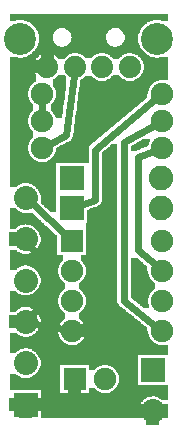
<source format=gtl>
G04 MADE WITH FRITZING*
G04 WWW.FRITZING.ORG*
G04 DOUBLE SIDED*
G04 HOLES PLATED*
G04 CONTOUR ON CENTER OF CONTOUR VECTOR*
%ASAXBY*%
%FSLAX23Y23*%
%MOIN*%
%OFA0B0*%
%SFA1.0B1.0*%
%ADD10C,0.075000*%
%ADD11C,0.074000*%
%ADD12C,0.106614*%
%ADD13C,0.080000*%
%ADD14C,0.082000*%
%ADD15R,0.075000X0.075000*%
%ADD16R,0.080000X0.080000*%
%ADD17R,0.082000X0.082000*%
%ADD18C,0.024000*%
%LNCOPPER1*%
G90*
G70*
G54D10*
X340Y1088D03*
X350Y681D03*
G54D11*
X440Y1209D03*
X346Y1209D03*
X258Y1209D03*
X164Y1209D03*
G54D12*
X74Y1304D03*
X530Y1304D03*
G54D11*
X440Y1209D03*
X346Y1209D03*
X258Y1209D03*
X164Y1209D03*
G54D12*
X74Y1304D03*
X530Y1304D03*
G54D10*
X146Y939D03*
X546Y939D03*
X146Y1119D03*
X546Y1119D03*
X256Y169D03*
X356Y169D03*
G54D13*
X516Y199D03*
X516Y61D03*
X92Y84D03*
X92Y222D03*
X92Y360D03*
X92Y497D03*
X92Y635D03*
X92Y773D03*
G54D10*
X246Y629D03*
X546Y629D03*
X246Y529D03*
X546Y529D03*
X246Y429D03*
X546Y429D03*
X246Y329D03*
X546Y329D03*
X146Y1029D03*
X546Y1029D03*
G54D14*
X246Y839D03*
X544Y839D03*
X246Y739D03*
X544Y739D03*
G54D15*
X256Y169D03*
G54D16*
X516Y199D03*
X92Y84D03*
G54D15*
X246Y629D03*
G54D17*
X245Y839D03*
X245Y739D03*
G54D18*
X146Y1058D02*
X146Y1091D01*
D02*
X525Y548D02*
X468Y598D01*
X468Y598D02*
X468Y910D01*
X468Y910D02*
X520Y929D01*
D02*
X524Y347D02*
X420Y430D01*
X420Y430D02*
X420Y958D01*
X420Y958D02*
X522Y1015D01*
D02*
X524Y1101D02*
X324Y934D01*
X324Y934D02*
X324Y766D01*
X324Y766D02*
X277Y750D01*
D02*
X172Y953D02*
X228Y982D01*
X228Y982D02*
X254Y1180D01*
D02*
X226Y649D02*
X115Y752D01*
D02*
X123Y354D02*
X218Y335D01*
D02*
X111Y610D02*
X156Y550D01*
X156Y550D02*
X156Y430D01*
X156Y430D02*
X113Y383D01*
G36*
X200Y1182D02*
X200Y1180D01*
X198Y1180D01*
X198Y1178D01*
X196Y1178D01*
X196Y1176D01*
X194Y1176D01*
X194Y1174D01*
X192Y1174D01*
X192Y1172D01*
X190Y1172D01*
X190Y1170D01*
X186Y1170D01*
X186Y1168D01*
X182Y1168D01*
X182Y1148D01*
X184Y1148D01*
X184Y1144D01*
X186Y1144D01*
X186Y1142D01*
X188Y1142D01*
X188Y1138D01*
X190Y1138D01*
X190Y1134D01*
X192Y1134D01*
X192Y1128D01*
X194Y1128D01*
X194Y1112D01*
X192Y1112D01*
X192Y1106D01*
X190Y1106D01*
X190Y1100D01*
X188Y1100D01*
X188Y1098D01*
X186Y1098D01*
X186Y1094D01*
X184Y1094D01*
X184Y1092D01*
X182Y1092D01*
X182Y1090D01*
X180Y1090D01*
X180Y1086D01*
X178Y1086D01*
X178Y1084D01*
X176Y1084D01*
X176Y1064D01*
X178Y1064D01*
X178Y1062D01*
X180Y1062D01*
X180Y1060D01*
X182Y1060D01*
X182Y1058D01*
X184Y1058D01*
X184Y1054D01*
X186Y1054D01*
X186Y1052D01*
X188Y1052D01*
X188Y1048D01*
X190Y1048D01*
X190Y1044D01*
X192Y1044D01*
X192Y1038D01*
X214Y1038D01*
X214Y1052D01*
X216Y1052D01*
X216Y1068D01*
X218Y1068D01*
X218Y1084D01*
X220Y1084D01*
X220Y1098D01*
X222Y1098D01*
X222Y1114D01*
X224Y1114D01*
X224Y1128D01*
X226Y1128D01*
X226Y1144D01*
X228Y1144D01*
X228Y1176D01*
X226Y1176D01*
X226Y1178D01*
X224Y1178D01*
X224Y1180D01*
X222Y1180D01*
X222Y1182D01*
X200Y1182D01*
G37*
D02*
G36*
X40Y1386D02*
X40Y1366D01*
X544Y1366D01*
X544Y1364D01*
X568Y1364D01*
X568Y1386D01*
X40Y1386D01*
G37*
D02*
G36*
X40Y1366D02*
X40Y1364D01*
X60Y1364D01*
X60Y1366D01*
X40Y1366D01*
G37*
D02*
G36*
X88Y1366D02*
X88Y1364D01*
X94Y1364D01*
X94Y1362D01*
X98Y1362D01*
X98Y1360D01*
X102Y1360D01*
X102Y1358D01*
X106Y1358D01*
X106Y1356D01*
X110Y1356D01*
X110Y1354D01*
X112Y1354D01*
X112Y1352D01*
X114Y1352D01*
X114Y1350D01*
X116Y1350D01*
X116Y1348D01*
X118Y1348D01*
X118Y1346D01*
X120Y1346D01*
X120Y1344D01*
X122Y1344D01*
X122Y1342D01*
X124Y1342D01*
X124Y1340D01*
X394Y1340D01*
X394Y1338D01*
X402Y1338D01*
X402Y1336D01*
X406Y1336D01*
X406Y1334D01*
X408Y1334D01*
X408Y1332D01*
X410Y1332D01*
X410Y1330D01*
X412Y1330D01*
X412Y1328D01*
X414Y1328D01*
X414Y1326D01*
X416Y1326D01*
X416Y1324D01*
X418Y1324D01*
X418Y1320D01*
X420Y1320D01*
X420Y1316D01*
X422Y1316D01*
X422Y1300D01*
X420Y1300D01*
X420Y1294D01*
X418Y1294D01*
X418Y1292D01*
X416Y1292D01*
X416Y1288D01*
X414Y1288D01*
X414Y1286D01*
X412Y1286D01*
X412Y1284D01*
X410Y1284D01*
X410Y1282D01*
X406Y1282D01*
X406Y1280D01*
X402Y1280D01*
X402Y1278D01*
X398Y1278D01*
X398Y1276D01*
X474Y1276D01*
X474Y1278D01*
X472Y1278D01*
X472Y1284D01*
X470Y1284D01*
X470Y1290D01*
X468Y1290D01*
X468Y1318D01*
X470Y1318D01*
X470Y1324D01*
X472Y1324D01*
X472Y1328D01*
X474Y1328D01*
X474Y1332D01*
X476Y1332D01*
X476Y1336D01*
X478Y1336D01*
X478Y1338D01*
X480Y1338D01*
X480Y1342D01*
X482Y1342D01*
X482Y1344D01*
X484Y1344D01*
X484Y1346D01*
X486Y1346D01*
X486Y1348D01*
X488Y1348D01*
X488Y1350D01*
X490Y1350D01*
X490Y1352D01*
X492Y1352D01*
X492Y1354D01*
X496Y1354D01*
X496Y1356D01*
X498Y1356D01*
X498Y1358D01*
X502Y1358D01*
X502Y1360D01*
X506Y1360D01*
X506Y1362D01*
X510Y1362D01*
X510Y1364D01*
X516Y1364D01*
X516Y1366D01*
X88Y1366D01*
G37*
D02*
G36*
X126Y1340D02*
X126Y1336D01*
X128Y1336D01*
X128Y1332D01*
X130Y1332D01*
X130Y1328D01*
X132Y1328D01*
X132Y1324D01*
X134Y1324D01*
X134Y1318D01*
X136Y1318D01*
X136Y1290D01*
X134Y1290D01*
X134Y1284D01*
X132Y1284D01*
X132Y1278D01*
X130Y1278D01*
X130Y1276D01*
X206Y1276D01*
X206Y1278D01*
X202Y1278D01*
X202Y1280D01*
X198Y1280D01*
X198Y1282D01*
X194Y1282D01*
X194Y1284D01*
X192Y1284D01*
X192Y1286D01*
X190Y1286D01*
X190Y1288D01*
X188Y1288D01*
X188Y1292D01*
X186Y1292D01*
X186Y1296D01*
X184Y1296D01*
X184Y1300D01*
X182Y1300D01*
X182Y1316D01*
X184Y1316D01*
X184Y1320D01*
X186Y1320D01*
X186Y1324D01*
X188Y1324D01*
X188Y1326D01*
X190Y1326D01*
X190Y1328D01*
X192Y1328D01*
X192Y1330D01*
X194Y1330D01*
X194Y1332D01*
X196Y1332D01*
X196Y1334D01*
X198Y1334D01*
X198Y1336D01*
X202Y1336D01*
X202Y1338D01*
X210Y1338D01*
X210Y1340D01*
X126Y1340D01*
G37*
D02*
G36*
X216Y1340D02*
X216Y1338D01*
X224Y1338D01*
X224Y1336D01*
X228Y1336D01*
X228Y1334D01*
X232Y1334D01*
X232Y1332D01*
X234Y1332D01*
X234Y1330D01*
X236Y1330D01*
X236Y1328D01*
X238Y1328D01*
X238Y1326D01*
X240Y1326D01*
X240Y1322D01*
X242Y1322D01*
X242Y1318D01*
X244Y1318D01*
X244Y1308D01*
X246Y1308D01*
X246Y1306D01*
X244Y1306D01*
X244Y1298D01*
X242Y1298D01*
X242Y1294D01*
X240Y1294D01*
X240Y1290D01*
X238Y1290D01*
X238Y1288D01*
X236Y1288D01*
X236Y1286D01*
X234Y1286D01*
X234Y1284D01*
X232Y1284D01*
X232Y1282D01*
X230Y1282D01*
X230Y1280D01*
X226Y1280D01*
X226Y1278D01*
X220Y1278D01*
X220Y1276D01*
X384Y1276D01*
X384Y1278D01*
X378Y1278D01*
X378Y1280D01*
X374Y1280D01*
X374Y1282D01*
X372Y1282D01*
X372Y1284D01*
X370Y1284D01*
X370Y1286D01*
X368Y1286D01*
X368Y1288D01*
X366Y1288D01*
X366Y1290D01*
X364Y1290D01*
X364Y1294D01*
X362Y1294D01*
X362Y1298D01*
X360Y1298D01*
X360Y1318D01*
X362Y1318D01*
X362Y1322D01*
X364Y1322D01*
X364Y1324D01*
X366Y1324D01*
X366Y1328D01*
X368Y1328D01*
X368Y1330D01*
X370Y1330D01*
X370Y1332D01*
X372Y1332D01*
X372Y1334D01*
X376Y1334D01*
X376Y1336D01*
X380Y1336D01*
X380Y1338D01*
X388Y1338D01*
X388Y1340D01*
X216Y1340D01*
G37*
D02*
G36*
X130Y1276D02*
X130Y1274D01*
X474Y1274D01*
X474Y1276D01*
X130Y1276D01*
G37*
D02*
G36*
X130Y1276D02*
X130Y1274D01*
X474Y1274D01*
X474Y1276D01*
X130Y1276D01*
G37*
D02*
G36*
X130Y1276D02*
X130Y1274D01*
X474Y1274D01*
X474Y1276D01*
X130Y1276D01*
G37*
D02*
G36*
X128Y1274D02*
X128Y1272D01*
X126Y1272D01*
X126Y1268D01*
X124Y1268D01*
X124Y1266D01*
X122Y1266D01*
X122Y1264D01*
X120Y1264D01*
X120Y1262D01*
X118Y1262D01*
X118Y1260D01*
X116Y1260D01*
X116Y1258D01*
X114Y1258D01*
X114Y1256D01*
X448Y1256D01*
X448Y1254D01*
X454Y1254D01*
X454Y1252D01*
X458Y1252D01*
X458Y1250D01*
X462Y1250D01*
X462Y1248D01*
X466Y1248D01*
X466Y1246D01*
X468Y1246D01*
X468Y1244D01*
X470Y1244D01*
X470Y1242D01*
X472Y1242D01*
X472Y1240D01*
X522Y1240D01*
X522Y1242D01*
X514Y1242D01*
X514Y1244D01*
X508Y1244D01*
X508Y1246D01*
X504Y1246D01*
X504Y1248D01*
X500Y1248D01*
X500Y1250D01*
X498Y1250D01*
X498Y1252D01*
X494Y1252D01*
X494Y1254D01*
X492Y1254D01*
X492Y1256D01*
X490Y1256D01*
X490Y1258D01*
X488Y1258D01*
X488Y1260D01*
X486Y1260D01*
X486Y1262D01*
X484Y1262D01*
X484Y1264D01*
X482Y1264D01*
X482Y1266D01*
X480Y1266D01*
X480Y1268D01*
X478Y1268D01*
X478Y1272D01*
X476Y1272D01*
X476Y1274D01*
X128Y1274D01*
G37*
D02*
G36*
X112Y1256D02*
X112Y1254D01*
X110Y1254D01*
X110Y1252D01*
X108Y1252D01*
X108Y1250D01*
X104Y1250D01*
X104Y1248D01*
X100Y1248D01*
X100Y1246D01*
X96Y1246D01*
X96Y1244D01*
X90Y1244D01*
X90Y1242D01*
X82Y1242D01*
X82Y1240D01*
X132Y1240D01*
X132Y1242D01*
X134Y1242D01*
X134Y1244D01*
X136Y1244D01*
X136Y1246D01*
X138Y1246D01*
X138Y1248D01*
X142Y1248D01*
X142Y1250D01*
X146Y1250D01*
X146Y1252D01*
X150Y1252D01*
X150Y1254D01*
X156Y1254D01*
X156Y1256D01*
X112Y1256D01*
G37*
D02*
G36*
X174Y1256D02*
X174Y1254D01*
X180Y1254D01*
X180Y1252D01*
X184Y1252D01*
X184Y1250D01*
X186Y1250D01*
X186Y1248D01*
X190Y1248D01*
X190Y1246D01*
X192Y1246D01*
X192Y1244D01*
X194Y1244D01*
X194Y1242D01*
X196Y1242D01*
X196Y1240D01*
X198Y1240D01*
X198Y1238D01*
X200Y1238D01*
X200Y1236D01*
X222Y1236D01*
X222Y1238D01*
X224Y1238D01*
X224Y1240D01*
X226Y1240D01*
X226Y1242D01*
X228Y1242D01*
X228Y1244D01*
X230Y1244D01*
X230Y1246D01*
X232Y1246D01*
X232Y1248D01*
X236Y1248D01*
X236Y1250D01*
X238Y1250D01*
X238Y1252D01*
X242Y1252D01*
X242Y1254D01*
X248Y1254D01*
X248Y1256D01*
X174Y1256D01*
G37*
D02*
G36*
X266Y1256D02*
X266Y1254D01*
X272Y1254D01*
X272Y1252D01*
X276Y1252D01*
X276Y1250D01*
X280Y1250D01*
X280Y1248D01*
X284Y1248D01*
X284Y1246D01*
X286Y1246D01*
X286Y1244D01*
X288Y1244D01*
X288Y1242D01*
X290Y1242D01*
X290Y1240D01*
X292Y1240D01*
X292Y1238D01*
X312Y1238D01*
X312Y1240D01*
X314Y1240D01*
X314Y1242D01*
X316Y1242D01*
X316Y1244D01*
X318Y1244D01*
X318Y1246D01*
X320Y1246D01*
X320Y1248D01*
X324Y1248D01*
X324Y1250D01*
X328Y1250D01*
X328Y1252D01*
X332Y1252D01*
X332Y1254D01*
X338Y1254D01*
X338Y1256D01*
X266Y1256D01*
G37*
D02*
G36*
X356Y1256D02*
X356Y1254D01*
X362Y1254D01*
X362Y1252D01*
X366Y1252D01*
X366Y1250D01*
X368Y1250D01*
X368Y1248D01*
X372Y1248D01*
X372Y1246D01*
X374Y1246D01*
X374Y1244D01*
X376Y1244D01*
X376Y1242D01*
X380Y1242D01*
X380Y1238D01*
X382Y1238D01*
X382Y1236D01*
X404Y1236D01*
X404Y1238D01*
X406Y1238D01*
X406Y1240D01*
X408Y1240D01*
X408Y1242D01*
X410Y1242D01*
X410Y1244D01*
X412Y1244D01*
X412Y1246D01*
X414Y1246D01*
X414Y1248D01*
X418Y1248D01*
X418Y1250D01*
X420Y1250D01*
X420Y1252D01*
X426Y1252D01*
X426Y1254D01*
X430Y1254D01*
X430Y1256D01*
X356Y1256D01*
G37*
D02*
G36*
X548Y1244D02*
X548Y1242D01*
X538Y1242D01*
X538Y1240D01*
X568Y1240D01*
X568Y1244D01*
X548Y1244D01*
G37*
D02*
G36*
X40Y1242D02*
X40Y1240D01*
X66Y1240D01*
X66Y1242D01*
X40Y1242D01*
G37*
D02*
G36*
X40Y1240D02*
X40Y1238D01*
X130Y1238D01*
X130Y1240D01*
X40Y1240D01*
G37*
D02*
G36*
X40Y1240D02*
X40Y1238D01*
X130Y1238D01*
X130Y1240D01*
X40Y1240D01*
G37*
D02*
G36*
X474Y1240D02*
X474Y1238D01*
X568Y1238D01*
X568Y1240D01*
X474Y1240D01*
G37*
D02*
G36*
X474Y1240D02*
X474Y1238D01*
X568Y1238D01*
X568Y1240D01*
X474Y1240D01*
G37*
D02*
G36*
X40Y1238D02*
X40Y892D01*
X138Y892D01*
X138Y894D01*
X132Y894D01*
X132Y896D01*
X128Y896D01*
X128Y898D01*
X124Y898D01*
X124Y900D01*
X120Y900D01*
X120Y902D01*
X118Y902D01*
X118Y904D01*
X116Y904D01*
X116Y906D01*
X114Y906D01*
X114Y908D01*
X112Y908D01*
X112Y910D01*
X110Y910D01*
X110Y912D01*
X108Y912D01*
X108Y916D01*
X106Y916D01*
X106Y918D01*
X104Y918D01*
X104Y922D01*
X102Y922D01*
X102Y928D01*
X100Y928D01*
X100Y938D01*
X98Y938D01*
X98Y940D01*
X100Y940D01*
X100Y950D01*
X102Y950D01*
X102Y956D01*
X104Y956D01*
X104Y960D01*
X106Y960D01*
X106Y964D01*
X108Y964D01*
X108Y966D01*
X110Y966D01*
X110Y968D01*
X112Y968D01*
X112Y970D01*
X114Y970D01*
X114Y972D01*
X116Y972D01*
X116Y974D01*
X118Y974D01*
X118Y994D01*
X116Y994D01*
X116Y996D01*
X114Y996D01*
X114Y998D01*
X112Y998D01*
X112Y1000D01*
X110Y1000D01*
X110Y1002D01*
X108Y1002D01*
X108Y1006D01*
X106Y1006D01*
X106Y1008D01*
X104Y1008D01*
X104Y1012D01*
X102Y1012D01*
X102Y1018D01*
X100Y1018D01*
X100Y1028D01*
X98Y1028D01*
X98Y1030D01*
X100Y1030D01*
X100Y1040D01*
X102Y1040D01*
X102Y1046D01*
X104Y1046D01*
X104Y1050D01*
X106Y1050D01*
X106Y1054D01*
X108Y1054D01*
X108Y1056D01*
X110Y1056D01*
X110Y1058D01*
X112Y1058D01*
X112Y1060D01*
X114Y1060D01*
X114Y1062D01*
X116Y1062D01*
X116Y1064D01*
X118Y1064D01*
X118Y1084D01*
X116Y1084D01*
X116Y1086D01*
X114Y1086D01*
X114Y1088D01*
X112Y1088D01*
X112Y1090D01*
X110Y1090D01*
X110Y1092D01*
X108Y1092D01*
X108Y1096D01*
X106Y1096D01*
X106Y1098D01*
X104Y1098D01*
X104Y1102D01*
X102Y1102D01*
X102Y1108D01*
X100Y1108D01*
X100Y1118D01*
X98Y1118D01*
X98Y1120D01*
X100Y1120D01*
X100Y1130D01*
X102Y1130D01*
X102Y1136D01*
X104Y1136D01*
X104Y1140D01*
X106Y1140D01*
X106Y1144D01*
X108Y1144D01*
X108Y1146D01*
X110Y1146D01*
X110Y1148D01*
X112Y1148D01*
X112Y1150D01*
X114Y1150D01*
X114Y1152D01*
X116Y1152D01*
X116Y1154D01*
X118Y1154D01*
X118Y1156D01*
X120Y1156D01*
X120Y1158D01*
X122Y1158D01*
X122Y1160D01*
X126Y1160D01*
X126Y1162D01*
X128Y1162D01*
X128Y1182D01*
X126Y1182D01*
X126Y1186D01*
X124Y1186D01*
X124Y1190D01*
X122Y1190D01*
X122Y1192D01*
X120Y1192D01*
X120Y1198D01*
X118Y1198D01*
X118Y1220D01*
X120Y1220D01*
X120Y1226D01*
X122Y1226D01*
X122Y1230D01*
X124Y1230D01*
X124Y1232D01*
X126Y1232D01*
X126Y1236D01*
X128Y1236D01*
X128Y1238D01*
X40Y1238D01*
G37*
D02*
G36*
X476Y1238D02*
X476Y1236D01*
X478Y1236D01*
X478Y1232D01*
X480Y1232D01*
X480Y1230D01*
X482Y1230D01*
X482Y1226D01*
X484Y1226D01*
X484Y1220D01*
X486Y1220D01*
X486Y1198D01*
X484Y1198D01*
X484Y1192D01*
X482Y1192D01*
X482Y1188D01*
X480Y1188D01*
X480Y1186D01*
X478Y1186D01*
X478Y1182D01*
X476Y1182D01*
X476Y1180D01*
X474Y1180D01*
X474Y1178D01*
X472Y1178D01*
X472Y1176D01*
X470Y1176D01*
X470Y1174D01*
X468Y1174D01*
X468Y1172D01*
X464Y1172D01*
X464Y1170D01*
X462Y1170D01*
X462Y1168D01*
X458Y1168D01*
X458Y1166D01*
X454Y1166D01*
X454Y1164D01*
X448Y1164D01*
X448Y1162D01*
X530Y1162D01*
X530Y1164D01*
X536Y1164D01*
X536Y1166D01*
X568Y1166D01*
X568Y1238D01*
X476Y1238D01*
G37*
D02*
G36*
X382Y1182D02*
X382Y1180D01*
X380Y1180D01*
X380Y1178D01*
X378Y1178D01*
X378Y1176D01*
X376Y1176D01*
X376Y1174D01*
X374Y1174D01*
X374Y1172D01*
X372Y1172D01*
X372Y1170D01*
X368Y1170D01*
X368Y1168D01*
X364Y1168D01*
X364Y1166D01*
X360Y1166D01*
X360Y1164D01*
X354Y1164D01*
X354Y1162D01*
X432Y1162D01*
X432Y1164D01*
X426Y1164D01*
X426Y1166D01*
X422Y1166D01*
X422Y1168D01*
X418Y1168D01*
X418Y1170D01*
X414Y1170D01*
X414Y1172D01*
X412Y1172D01*
X412Y1174D01*
X410Y1174D01*
X410Y1176D01*
X408Y1176D01*
X408Y1178D01*
X406Y1178D01*
X406Y1180D01*
X404Y1180D01*
X404Y1182D01*
X382Y1182D01*
G37*
D02*
G36*
X292Y1180D02*
X292Y1178D01*
X290Y1178D01*
X290Y1176D01*
X288Y1176D01*
X288Y1174D01*
X286Y1174D01*
X286Y1172D01*
X282Y1172D01*
X282Y1170D01*
X280Y1170D01*
X280Y1168D01*
X276Y1168D01*
X276Y1166D01*
X274Y1166D01*
X274Y1162D01*
X340Y1162D01*
X340Y1164D01*
X332Y1164D01*
X332Y1166D01*
X328Y1166D01*
X328Y1168D01*
X324Y1168D01*
X324Y1170D01*
X322Y1170D01*
X322Y1172D01*
X318Y1172D01*
X318Y1174D01*
X316Y1174D01*
X316Y1176D01*
X314Y1176D01*
X314Y1178D01*
X312Y1178D01*
X312Y1180D01*
X292Y1180D01*
G37*
D02*
G36*
X274Y1162D02*
X274Y1160D01*
X526Y1160D01*
X526Y1162D01*
X274Y1162D01*
G37*
D02*
G36*
X274Y1162D02*
X274Y1160D01*
X526Y1160D01*
X526Y1162D01*
X274Y1162D01*
G37*
D02*
G36*
X274Y1162D02*
X274Y1160D01*
X526Y1160D01*
X526Y1162D01*
X274Y1162D01*
G37*
D02*
G36*
X274Y1160D02*
X274Y1156D01*
X272Y1156D01*
X272Y1142D01*
X270Y1142D01*
X270Y1126D01*
X268Y1126D01*
X268Y1110D01*
X266Y1110D01*
X266Y1096D01*
X264Y1096D01*
X264Y1080D01*
X262Y1080D01*
X262Y1064D01*
X260Y1064D01*
X260Y1050D01*
X258Y1050D01*
X258Y1034D01*
X256Y1034D01*
X256Y1018D01*
X254Y1018D01*
X254Y1004D01*
X252Y1004D01*
X252Y988D01*
X250Y988D01*
X250Y976D01*
X248Y976D01*
X248Y972D01*
X246Y972D01*
X246Y968D01*
X244Y968D01*
X244Y966D01*
X242Y966D01*
X242Y964D01*
X238Y964D01*
X238Y962D01*
X236Y962D01*
X236Y960D01*
X232Y960D01*
X232Y958D01*
X228Y958D01*
X228Y956D01*
X224Y956D01*
X224Y954D01*
X220Y954D01*
X220Y952D01*
X216Y952D01*
X216Y950D01*
X212Y950D01*
X212Y948D01*
X208Y948D01*
X208Y946D01*
X204Y946D01*
X204Y944D01*
X200Y944D01*
X200Y942D01*
X198Y942D01*
X198Y940D01*
X194Y940D01*
X194Y932D01*
X192Y932D01*
X192Y926D01*
X190Y926D01*
X190Y920D01*
X188Y920D01*
X188Y918D01*
X186Y918D01*
X186Y914D01*
X184Y914D01*
X184Y912D01*
X182Y912D01*
X182Y910D01*
X180Y910D01*
X180Y906D01*
X178Y906D01*
X178Y904D01*
X174Y904D01*
X174Y902D01*
X172Y902D01*
X172Y900D01*
X170Y900D01*
X170Y898D01*
X166Y898D01*
X166Y896D01*
X162Y896D01*
X162Y894D01*
X156Y894D01*
X156Y892D01*
X302Y892D01*
X302Y940D01*
X304Y940D01*
X304Y946D01*
X306Y946D01*
X306Y948D01*
X308Y948D01*
X308Y950D01*
X310Y950D01*
X310Y952D01*
X312Y952D01*
X312Y954D01*
X314Y954D01*
X314Y956D01*
X318Y956D01*
X318Y958D01*
X320Y958D01*
X320Y960D01*
X322Y960D01*
X322Y962D01*
X324Y962D01*
X324Y964D01*
X326Y964D01*
X326Y966D01*
X330Y966D01*
X330Y968D01*
X332Y968D01*
X332Y970D01*
X334Y970D01*
X334Y972D01*
X336Y972D01*
X336Y974D01*
X338Y974D01*
X338Y976D01*
X342Y976D01*
X342Y978D01*
X344Y978D01*
X344Y980D01*
X346Y980D01*
X346Y982D01*
X348Y982D01*
X348Y984D01*
X350Y984D01*
X350Y986D01*
X354Y986D01*
X354Y988D01*
X356Y988D01*
X356Y990D01*
X358Y990D01*
X358Y992D01*
X360Y992D01*
X360Y994D01*
X362Y994D01*
X362Y996D01*
X366Y996D01*
X366Y998D01*
X368Y998D01*
X368Y1000D01*
X370Y1000D01*
X370Y1002D01*
X372Y1002D01*
X372Y1004D01*
X374Y1004D01*
X374Y1006D01*
X378Y1006D01*
X378Y1008D01*
X380Y1008D01*
X380Y1010D01*
X382Y1010D01*
X382Y1012D01*
X384Y1012D01*
X384Y1014D01*
X386Y1014D01*
X386Y1016D01*
X390Y1016D01*
X390Y1018D01*
X392Y1018D01*
X392Y1020D01*
X394Y1020D01*
X394Y1022D01*
X396Y1022D01*
X396Y1024D01*
X398Y1024D01*
X398Y1026D01*
X402Y1026D01*
X402Y1028D01*
X404Y1028D01*
X404Y1030D01*
X406Y1030D01*
X406Y1032D01*
X408Y1032D01*
X408Y1034D01*
X410Y1034D01*
X410Y1036D01*
X414Y1036D01*
X414Y1038D01*
X416Y1038D01*
X416Y1040D01*
X418Y1040D01*
X418Y1042D01*
X420Y1042D01*
X420Y1044D01*
X422Y1044D01*
X422Y1046D01*
X426Y1046D01*
X426Y1048D01*
X428Y1048D01*
X428Y1050D01*
X430Y1050D01*
X430Y1052D01*
X432Y1052D01*
X432Y1054D01*
X434Y1054D01*
X434Y1056D01*
X438Y1056D01*
X438Y1058D01*
X440Y1058D01*
X440Y1060D01*
X442Y1060D01*
X442Y1062D01*
X444Y1062D01*
X444Y1064D01*
X446Y1064D01*
X446Y1066D01*
X450Y1066D01*
X450Y1068D01*
X452Y1068D01*
X452Y1070D01*
X454Y1070D01*
X454Y1072D01*
X456Y1072D01*
X456Y1074D01*
X458Y1074D01*
X458Y1076D01*
X462Y1076D01*
X462Y1078D01*
X464Y1078D01*
X464Y1080D01*
X466Y1080D01*
X466Y1082D01*
X468Y1082D01*
X468Y1084D01*
X470Y1084D01*
X470Y1086D01*
X474Y1086D01*
X474Y1088D01*
X476Y1088D01*
X476Y1090D01*
X478Y1090D01*
X478Y1092D01*
X480Y1092D01*
X480Y1094D01*
X482Y1094D01*
X482Y1096D01*
X486Y1096D01*
X486Y1098D01*
X488Y1098D01*
X488Y1100D01*
X490Y1100D01*
X490Y1102D01*
X492Y1102D01*
X492Y1104D01*
X494Y1104D01*
X494Y1106D01*
X498Y1106D01*
X498Y1120D01*
X500Y1120D01*
X500Y1130D01*
X502Y1130D01*
X502Y1136D01*
X504Y1136D01*
X504Y1140D01*
X506Y1140D01*
X506Y1144D01*
X508Y1144D01*
X508Y1146D01*
X510Y1146D01*
X510Y1148D01*
X512Y1148D01*
X512Y1150D01*
X514Y1150D01*
X514Y1152D01*
X516Y1152D01*
X516Y1154D01*
X518Y1154D01*
X518Y1156D01*
X520Y1156D01*
X520Y1158D01*
X522Y1158D01*
X522Y1160D01*
X274Y1160D01*
G37*
D02*
G36*
X40Y892D02*
X40Y890D01*
X302Y890D01*
X302Y892D01*
X40Y892D01*
G37*
D02*
G36*
X40Y892D02*
X40Y890D01*
X302Y890D01*
X302Y892D01*
X40Y892D01*
G37*
D02*
G36*
X40Y890D02*
X40Y822D01*
X104Y822D01*
X104Y820D01*
X110Y820D01*
X110Y818D01*
X114Y818D01*
X114Y816D01*
X116Y816D01*
X116Y814D01*
X120Y814D01*
X120Y812D01*
X122Y812D01*
X122Y810D01*
X124Y810D01*
X124Y808D01*
X126Y808D01*
X126Y806D01*
X128Y806D01*
X128Y804D01*
X130Y804D01*
X130Y802D01*
X132Y802D01*
X132Y800D01*
X134Y800D01*
X134Y796D01*
X136Y796D01*
X136Y792D01*
X138Y792D01*
X138Y788D01*
X140Y788D01*
X140Y782D01*
X142Y782D01*
X142Y756D01*
X144Y756D01*
X144Y754D01*
X146Y754D01*
X146Y752D01*
X148Y752D01*
X148Y750D01*
X150Y750D01*
X150Y748D01*
X152Y748D01*
X152Y746D01*
X154Y746D01*
X154Y744D01*
X156Y744D01*
X156Y742D01*
X158Y742D01*
X158Y740D01*
X160Y740D01*
X160Y738D01*
X164Y738D01*
X164Y736D01*
X166Y736D01*
X166Y734D01*
X168Y734D01*
X168Y732D01*
X170Y732D01*
X170Y730D01*
X172Y730D01*
X172Y728D01*
X174Y728D01*
X174Y726D01*
X194Y726D01*
X194Y890D01*
X40Y890D01*
G37*
D02*
G36*
X40Y822D02*
X40Y808D01*
X60Y808D01*
X60Y810D01*
X62Y810D01*
X62Y812D01*
X64Y812D01*
X64Y814D01*
X68Y814D01*
X68Y816D01*
X72Y816D01*
X72Y818D01*
X74Y818D01*
X74Y820D01*
X80Y820D01*
X80Y822D01*
X40Y822D01*
G37*
D02*
G36*
X484Y970D02*
X484Y968D01*
X480Y968D01*
X480Y966D01*
X478Y966D01*
X478Y964D01*
X474Y964D01*
X474Y962D01*
X470Y962D01*
X470Y960D01*
X466Y960D01*
X466Y958D01*
X464Y958D01*
X464Y956D01*
X460Y956D01*
X460Y954D01*
X456Y954D01*
X456Y952D01*
X452Y952D01*
X452Y950D01*
X448Y950D01*
X448Y948D01*
X446Y948D01*
X446Y946D01*
X442Y946D01*
X442Y930D01*
X462Y930D01*
X462Y932D01*
X466Y932D01*
X466Y934D01*
X472Y934D01*
X472Y936D01*
X478Y936D01*
X478Y938D01*
X482Y938D01*
X482Y940D01*
X488Y940D01*
X488Y942D01*
X494Y942D01*
X494Y944D01*
X498Y944D01*
X498Y946D01*
X500Y946D01*
X500Y950D01*
X502Y950D01*
X502Y956D01*
X504Y956D01*
X504Y960D01*
X506Y960D01*
X506Y970D01*
X484Y970D01*
G37*
D02*
G36*
X442Y574D02*
X442Y440D01*
X444Y440D01*
X444Y438D01*
X446Y438D01*
X446Y436D01*
X450Y436D01*
X450Y434D01*
X452Y434D01*
X452Y432D01*
X454Y432D01*
X454Y430D01*
X456Y430D01*
X456Y428D01*
X460Y428D01*
X460Y426D01*
X462Y426D01*
X462Y424D01*
X464Y424D01*
X464Y422D01*
X466Y422D01*
X466Y420D01*
X470Y420D01*
X470Y418D01*
X472Y418D01*
X472Y416D01*
X474Y416D01*
X474Y414D01*
X476Y414D01*
X476Y412D01*
X480Y412D01*
X480Y410D01*
X482Y410D01*
X482Y408D01*
X484Y408D01*
X484Y406D01*
X504Y406D01*
X504Y412D01*
X502Y412D01*
X502Y418D01*
X500Y418D01*
X500Y428D01*
X498Y428D01*
X498Y430D01*
X500Y430D01*
X500Y440D01*
X502Y440D01*
X502Y446D01*
X504Y446D01*
X504Y450D01*
X506Y450D01*
X506Y454D01*
X508Y454D01*
X508Y456D01*
X510Y456D01*
X510Y458D01*
X512Y458D01*
X512Y460D01*
X514Y460D01*
X514Y462D01*
X516Y462D01*
X516Y464D01*
X518Y464D01*
X518Y466D01*
X520Y466D01*
X520Y468D01*
X522Y468D01*
X522Y470D01*
X524Y470D01*
X524Y490D01*
X520Y490D01*
X520Y492D01*
X518Y492D01*
X518Y494D01*
X516Y494D01*
X516Y496D01*
X514Y496D01*
X514Y498D01*
X512Y498D01*
X512Y500D01*
X510Y500D01*
X510Y502D01*
X508Y502D01*
X508Y506D01*
X506Y506D01*
X506Y508D01*
X504Y508D01*
X504Y512D01*
X502Y512D01*
X502Y518D01*
X500Y518D01*
X500Y528D01*
X498Y528D01*
X498Y544D01*
X496Y544D01*
X496Y546D01*
X492Y546D01*
X492Y548D01*
X490Y548D01*
X490Y550D01*
X488Y550D01*
X488Y552D01*
X486Y552D01*
X486Y554D01*
X484Y554D01*
X484Y556D01*
X482Y556D01*
X482Y558D01*
X480Y558D01*
X480Y560D01*
X476Y560D01*
X476Y562D01*
X474Y562D01*
X474Y564D01*
X472Y564D01*
X472Y566D01*
X470Y566D01*
X470Y568D01*
X468Y568D01*
X468Y570D01*
X466Y570D01*
X466Y572D01*
X464Y572D01*
X464Y574D01*
X442Y574D01*
G37*
D02*
G36*
X378Y952D02*
X378Y950D01*
X376Y950D01*
X376Y948D01*
X374Y948D01*
X374Y946D01*
X372Y946D01*
X372Y944D01*
X370Y944D01*
X370Y942D01*
X366Y942D01*
X366Y940D01*
X364Y940D01*
X364Y938D01*
X362Y938D01*
X362Y936D01*
X360Y936D01*
X360Y934D01*
X358Y934D01*
X358Y932D01*
X354Y932D01*
X354Y930D01*
X352Y930D01*
X352Y928D01*
X350Y928D01*
X350Y926D01*
X348Y926D01*
X348Y924D01*
X346Y924D01*
X346Y760D01*
X344Y760D01*
X344Y756D01*
X342Y756D01*
X342Y752D01*
X340Y752D01*
X340Y750D01*
X338Y750D01*
X338Y748D01*
X334Y748D01*
X334Y746D01*
X330Y746D01*
X330Y744D01*
X324Y744D01*
X324Y742D01*
X318Y742D01*
X318Y740D01*
X314Y740D01*
X314Y738D01*
X308Y738D01*
X308Y736D01*
X302Y736D01*
X302Y734D01*
X296Y734D01*
X296Y688D01*
X294Y688D01*
X294Y582D01*
X278Y582D01*
X278Y562D01*
X280Y562D01*
X280Y560D01*
X282Y560D01*
X282Y558D01*
X284Y558D01*
X284Y554D01*
X286Y554D01*
X286Y552D01*
X288Y552D01*
X288Y548D01*
X290Y548D01*
X290Y544D01*
X292Y544D01*
X292Y538D01*
X294Y538D01*
X294Y522D01*
X292Y522D01*
X292Y516D01*
X290Y516D01*
X290Y510D01*
X288Y510D01*
X288Y508D01*
X286Y508D01*
X286Y504D01*
X284Y504D01*
X284Y502D01*
X282Y502D01*
X282Y500D01*
X280Y500D01*
X280Y496D01*
X278Y496D01*
X278Y494D01*
X274Y494D01*
X274Y492D01*
X272Y492D01*
X272Y490D01*
X270Y490D01*
X270Y468D01*
X272Y468D01*
X272Y466D01*
X276Y466D01*
X276Y464D01*
X278Y464D01*
X278Y462D01*
X280Y462D01*
X280Y460D01*
X282Y460D01*
X282Y458D01*
X284Y458D01*
X284Y454D01*
X286Y454D01*
X286Y452D01*
X288Y452D01*
X288Y448D01*
X290Y448D01*
X290Y444D01*
X292Y444D01*
X292Y438D01*
X294Y438D01*
X294Y422D01*
X292Y422D01*
X292Y416D01*
X290Y416D01*
X290Y410D01*
X288Y410D01*
X288Y408D01*
X286Y408D01*
X286Y404D01*
X284Y404D01*
X284Y402D01*
X282Y402D01*
X282Y400D01*
X280Y400D01*
X280Y396D01*
X278Y396D01*
X278Y394D01*
X274Y394D01*
X274Y392D01*
X272Y392D01*
X272Y390D01*
X270Y390D01*
X270Y368D01*
X272Y368D01*
X272Y366D01*
X276Y366D01*
X276Y364D01*
X278Y364D01*
X278Y362D01*
X280Y362D01*
X280Y360D01*
X282Y360D01*
X282Y358D01*
X284Y358D01*
X284Y354D01*
X286Y354D01*
X286Y352D01*
X288Y352D01*
X288Y348D01*
X290Y348D01*
X290Y344D01*
X292Y344D01*
X292Y338D01*
X294Y338D01*
X294Y322D01*
X292Y322D01*
X292Y316D01*
X290Y316D01*
X290Y310D01*
X288Y310D01*
X288Y308D01*
X286Y308D01*
X286Y304D01*
X284Y304D01*
X284Y302D01*
X282Y302D01*
X282Y300D01*
X280Y300D01*
X280Y296D01*
X278Y296D01*
X278Y294D01*
X274Y294D01*
X274Y292D01*
X272Y292D01*
X272Y290D01*
X270Y290D01*
X270Y288D01*
X266Y288D01*
X266Y286D01*
X262Y286D01*
X262Y284D01*
X256Y284D01*
X256Y282D01*
X538Y282D01*
X538Y284D01*
X532Y284D01*
X532Y286D01*
X528Y286D01*
X528Y288D01*
X524Y288D01*
X524Y290D01*
X520Y290D01*
X520Y292D01*
X518Y292D01*
X518Y294D01*
X516Y294D01*
X516Y296D01*
X514Y296D01*
X514Y298D01*
X512Y298D01*
X512Y300D01*
X510Y300D01*
X510Y302D01*
X508Y302D01*
X508Y306D01*
X506Y306D01*
X506Y308D01*
X504Y308D01*
X504Y312D01*
X502Y312D01*
X502Y318D01*
X500Y318D01*
X500Y328D01*
X498Y328D01*
X498Y340D01*
X496Y340D01*
X496Y342D01*
X494Y342D01*
X494Y344D01*
X492Y344D01*
X492Y346D01*
X488Y346D01*
X488Y348D01*
X486Y348D01*
X486Y350D01*
X484Y350D01*
X484Y352D01*
X482Y352D01*
X482Y354D01*
X478Y354D01*
X478Y356D01*
X476Y356D01*
X476Y358D01*
X474Y358D01*
X474Y360D01*
X472Y360D01*
X472Y362D01*
X468Y362D01*
X468Y364D01*
X466Y364D01*
X466Y366D01*
X464Y366D01*
X464Y368D01*
X462Y368D01*
X462Y370D01*
X458Y370D01*
X458Y372D01*
X456Y372D01*
X456Y374D01*
X454Y374D01*
X454Y376D01*
X452Y376D01*
X452Y378D01*
X448Y378D01*
X448Y380D01*
X446Y380D01*
X446Y382D01*
X444Y382D01*
X444Y384D01*
X442Y384D01*
X442Y386D01*
X438Y386D01*
X438Y388D01*
X436Y388D01*
X436Y390D01*
X434Y390D01*
X434Y392D01*
X432Y392D01*
X432Y394D01*
X428Y394D01*
X428Y396D01*
X426Y396D01*
X426Y398D01*
X424Y398D01*
X424Y400D01*
X422Y400D01*
X422Y402D01*
X418Y402D01*
X418Y404D01*
X416Y404D01*
X416Y406D01*
X414Y406D01*
X414Y408D01*
X412Y408D01*
X412Y410D01*
X408Y410D01*
X408Y412D01*
X406Y412D01*
X406Y414D01*
X404Y414D01*
X404Y416D01*
X402Y416D01*
X402Y420D01*
X400Y420D01*
X400Y424D01*
X398Y424D01*
X398Y952D01*
X378Y952D01*
G37*
D02*
G36*
X40Y738D02*
X40Y722D01*
X90Y722D01*
X90Y724D01*
X80Y724D01*
X80Y726D01*
X74Y726D01*
X74Y728D01*
X70Y728D01*
X70Y730D01*
X68Y730D01*
X68Y732D01*
X64Y732D01*
X64Y734D01*
X62Y734D01*
X62Y736D01*
X60Y736D01*
X60Y738D01*
X40Y738D01*
G37*
D02*
G36*
X94Y724D02*
X94Y722D01*
X114Y722D01*
X114Y724D01*
X94Y724D01*
G37*
D02*
G36*
X40Y722D02*
X40Y720D01*
X116Y720D01*
X116Y722D01*
X40Y722D01*
G37*
D02*
G36*
X40Y722D02*
X40Y720D01*
X116Y720D01*
X116Y722D01*
X40Y722D01*
G37*
D02*
G36*
X40Y720D02*
X40Y686D01*
X94Y686D01*
X94Y684D01*
X104Y684D01*
X104Y682D01*
X110Y682D01*
X110Y680D01*
X114Y680D01*
X114Y678D01*
X116Y678D01*
X116Y676D01*
X120Y676D01*
X120Y674D01*
X122Y674D01*
X122Y672D01*
X124Y672D01*
X124Y670D01*
X126Y670D01*
X126Y668D01*
X128Y668D01*
X128Y666D01*
X130Y666D01*
X130Y664D01*
X132Y664D01*
X132Y662D01*
X134Y662D01*
X134Y658D01*
X136Y658D01*
X136Y654D01*
X138Y654D01*
X138Y650D01*
X140Y650D01*
X140Y644D01*
X142Y644D01*
X142Y626D01*
X140Y626D01*
X140Y620D01*
X138Y620D01*
X138Y616D01*
X136Y616D01*
X136Y612D01*
X134Y612D01*
X134Y608D01*
X132Y608D01*
X132Y606D01*
X130Y606D01*
X130Y604D01*
X128Y604D01*
X128Y602D01*
X126Y602D01*
X126Y600D01*
X124Y600D01*
X124Y598D01*
X122Y598D01*
X122Y596D01*
X120Y596D01*
X120Y594D01*
X116Y594D01*
X116Y592D01*
X114Y592D01*
X114Y590D01*
X110Y590D01*
X110Y588D01*
X104Y588D01*
X104Y586D01*
X198Y586D01*
X198Y646D01*
X196Y646D01*
X196Y648D01*
X192Y648D01*
X192Y650D01*
X190Y650D01*
X190Y652D01*
X188Y652D01*
X188Y654D01*
X186Y654D01*
X186Y656D01*
X184Y656D01*
X184Y658D01*
X182Y658D01*
X182Y660D01*
X180Y660D01*
X180Y662D01*
X178Y662D01*
X178Y664D01*
X176Y664D01*
X176Y666D01*
X174Y666D01*
X174Y668D01*
X172Y668D01*
X172Y670D01*
X170Y670D01*
X170Y672D01*
X168Y672D01*
X168Y674D01*
X166Y674D01*
X166Y676D01*
X162Y676D01*
X162Y678D01*
X160Y678D01*
X160Y680D01*
X158Y680D01*
X158Y682D01*
X156Y682D01*
X156Y684D01*
X154Y684D01*
X154Y686D01*
X152Y686D01*
X152Y688D01*
X150Y688D01*
X150Y690D01*
X148Y690D01*
X148Y692D01*
X146Y692D01*
X146Y694D01*
X144Y694D01*
X144Y696D01*
X142Y696D01*
X142Y698D01*
X140Y698D01*
X140Y700D01*
X138Y700D01*
X138Y702D01*
X134Y702D01*
X134Y704D01*
X132Y704D01*
X132Y706D01*
X130Y706D01*
X130Y708D01*
X128Y708D01*
X128Y710D01*
X126Y710D01*
X126Y712D01*
X124Y712D01*
X124Y714D01*
X122Y714D01*
X122Y716D01*
X120Y716D01*
X120Y718D01*
X118Y718D01*
X118Y720D01*
X40Y720D01*
G37*
D02*
G36*
X40Y686D02*
X40Y670D01*
X60Y670D01*
X60Y672D01*
X62Y672D01*
X62Y674D01*
X64Y674D01*
X64Y676D01*
X68Y676D01*
X68Y678D01*
X70Y678D01*
X70Y680D01*
X74Y680D01*
X74Y682D01*
X80Y682D01*
X80Y684D01*
X90Y684D01*
X90Y686D01*
X40Y686D01*
G37*
D02*
G36*
X40Y600D02*
X40Y586D01*
X80Y586D01*
X80Y588D01*
X74Y588D01*
X74Y590D01*
X72Y590D01*
X72Y592D01*
X68Y592D01*
X68Y594D01*
X64Y594D01*
X64Y596D01*
X62Y596D01*
X62Y598D01*
X60Y598D01*
X60Y600D01*
X40Y600D01*
G37*
D02*
G36*
X40Y586D02*
X40Y584D01*
X198Y584D01*
X198Y586D01*
X40Y586D01*
G37*
D02*
G36*
X40Y586D02*
X40Y584D01*
X198Y584D01*
X198Y586D01*
X40Y586D01*
G37*
D02*
G36*
X40Y584D02*
X40Y548D01*
X96Y548D01*
X96Y546D01*
X106Y546D01*
X106Y544D01*
X110Y544D01*
X110Y542D01*
X114Y542D01*
X114Y540D01*
X118Y540D01*
X118Y538D01*
X120Y538D01*
X120Y536D01*
X122Y536D01*
X122Y534D01*
X124Y534D01*
X124Y532D01*
X128Y532D01*
X128Y528D01*
X130Y528D01*
X130Y526D01*
X132Y526D01*
X132Y524D01*
X134Y524D01*
X134Y520D01*
X136Y520D01*
X136Y518D01*
X138Y518D01*
X138Y512D01*
X140Y512D01*
X140Y506D01*
X142Y506D01*
X142Y488D01*
X140Y488D01*
X140Y482D01*
X138Y482D01*
X138Y478D01*
X136Y478D01*
X136Y474D01*
X134Y474D01*
X134Y470D01*
X132Y470D01*
X132Y468D01*
X130Y468D01*
X130Y466D01*
X128Y466D01*
X128Y464D01*
X126Y464D01*
X126Y462D01*
X124Y462D01*
X124Y460D01*
X122Y460D01*
X122Y458D01*
X120Y458D01*
X120Y456D01*
X116Y456D01*
X116Y454D01*
X112Y454D01*
X112Y452D01*
X108Y452D01*
X108Y450D01*
X104Y450D01*
X104Y448D01*
X204Y448D01*
X204Y450D01*
X206Y450D01*
X206Y454D01*
X208Y454D01*
X208Y456D01*
X210Y456D01*
X210Y458D01*
X212Y458D01*
X212Y460D01*
X214Y460D01*
X214Y462D01*
X216Y462D01*
X216Y464D01*
X218Y464D01*
X218Y466D01*
X220Y466D01*
X220Y468D01*
X222Y468D01*
X222Y470D01*
X224Y470D01*
X224Y490D01*
X220Y490D01*
X220Y492D01*
X218Y492D01*
X218Y494D01*
X216Y494D01*
X216Y496D01*
X214Y496D01*
X214Y498D01*
X212Y498D01*
X212Y500D01*
X210Y500D01*
X210Y502D01*
X208Y502D01*
X208Y506D01*
X206Y506D01*
X206Y508D01*
X204Y508D01*
X204Y512D01*
X202Y512D01*
X202Y518D01*
X200Y518D01*
X200Y528D01*
X198Y528D01*
X198Y530D01*
X200Y530D01*
X200Y540D01*
X202Y540D01*
X202Y546D01*
X204Y546D01*
X204Y550D01*
X206Y550D01*
X206Y554D01*
X208Y554D01*
X208Y556D01*
X210Y556D01*
X210Y558D01*
X212Y558D01*
X212Y560D01*
X214Y560D01*
X214Y562D01*
X216Y562D01*
X216Y582D01*
X198Y582D01*
X198Y584D01*
X40Y584D01*
G37*
D02*
G36*
X40Y548D02*
X40Y532D01*
X60Y532D01*
X60Y534D01*
X62Y534D01*
X62Y536D01*
X64Y536D01*
X64Y538D01*
X68Y538D01*
X68Y540D01*
X70Y540D01*
X70Y542D01*
X74Y542D01*
X74Y544D01*
X78Y544D01*
X78Y546D01*
X88Y546D01*
X88Y548D01*
X40Y548D01*
G37*
D02*
G36*
X40Y462D02*
X40Y448D01*
X82Y448D01*
X82Y450D01*
X76Y450D01*
X76Y452D01*
X72Y452D01*
X72Y454D01*
X68Y454D01*
X68Y456D01*
X64Y456D01*
X64Y458D01*
X62Y458D01*
X62Y460D01*
X60Y460D01*
X60Y462D01*
X40Y462D01*
G37*
D02*
G36*
X40Y448D02*
X40Y446D01*
X204Y446D01*
X204Y448D01*
X40Y448D01*
G37*
D02*
G36*
X40Y448D02*
X40Y446D01*
X204Y446D01*
X204Y448D01*
X40Y448D01*
G37*
D02*
G36*
X40Y446D02*
X40Y410D01*
X98Y410D01*
X98Y408D01*
X106Y408D01*
X106Y406D01*
X110Y406D01*
X110Y404D01*
X114Y404D01*
X114Y402D01*
X118Y402D01*
X118Y400D01*
X120Y400D01*
X120Y398D01*
X122Y398D01*
X122Y396D01*
X126Y396D01*
X126Y394D01*
X128Y394D01*
X128Y390D01*
X130Y390D01*
X130Y388D01*
X132Y388D01*
X132Y386D01*
X134Y386D01*
X134Y382D01*
X136Y382D01*
X136Y380D01*
X138Y380D01*
X138Y376D01*
X140Y376D01*
X140Y370D01*
X142Y370D01*
X142Y350D01*
X140Y350D01*
X140Y344D01*
X138Y344D01*
X138Y340D01*
X136Y340D01*
X136Y336D01*
X134Y336D01*
X134Y332D01*
X132Y332D01*
X132Y330D01*
X130Y330D01*
X130Y328D01*
X128Y328D01*
X128Y326D01*
X126Y326D01*
X126Y324D01*
X124Y324D01*
X124Y322D01*
X122Y322D01*
X122Y320D01*
X120Y320D01*
X120Y318D01*
X116Y318D01*
X116Y316D01*
X112Y316D01*
X112Y314D01*
X108Y314D01*
X108Y312D01*
X102Y312D01*
X102Y310D01*
X204Y310D01*
X204Y312D01*
X202Y312D01*
X202Y318D01*
X200Y318D01*
X200Y328D01*
X198Y328D01*
X198Y330D01*
X200Y330D01*
X200Y340D01*
X202Y340D01*
X202Y346D01*
X204Y346D01*
X204Y350D01*
X206Y350D01*
X206Y354D01*
X208Y354D01*
X208Y356D01*
X210Y356D01*
X210Y358D01*
X212Y358D01*
X212Y360D01*
X214Y360D01*
X214Y362D01*
X216Y362D01*
X216Y364D01*
X218Y364D01*
X218Y366D01*
X220Y366D01*
X220Y368D01*
X222Y368D01*
X222Y370D01*
X224Y370D01*
X224Y390D01*
X220Y390D01*
X220Y392D01*
X218Y392D01*
X218Y394D01*
X216Y394D01*
X216Y396D01*
X214Y396D01*
X214Y398D01*
X212Y398D01*
X212Y400D01*
X210Y400D01*
X210Y402D01*
X208Y402D01*
X208Y406D01*
X206Y406D01*
X206Y408D01*
X204Y408D01*
X204Y412D01*
X202Y412D01*
X202Y418D01*
X200Y418D01*
X200Y428D01*
X198Y428D01*
X198Y430D01*
X200Y430D01*
X200Y440D01*
X202Y440D01*
X202Y446D01*
X40Y446D01*
G37*
D02*
G36*
X40Y410D02*
X40Y394D01*
X60Y394D01*
X60Y396D01*
X62Y396D01*
X62Y398D01*
X64Y398D01*
X64Y400D01*
X66Y400D01*
X66Y402D01*
X70Y402D01*
X70Y404D01*
X74Y404D01*
X74Y406D01*
X78Y406D01*
X78Y408D01*
X86Y408D01*
X86Y410D01*
X40Y410D01*
G37*
D02*
G36*
X40Y324D02*
X40Y310D01*
X82Y310D01*
X82Y312D01*
X76Y312D01*
X76Y314D01*
X72Y314D01*
X72Y316D01*
X68Y316D01*
X68Y318D01*
X66Y318D01*
X66Y320D01*
X62Y320D01*
X62Y322D01*
X60Y322D01*
X60Y324D01*
X40Y324D01*
G37*
D02*
G36*
X40Y310D02*
X40Y308D01*
X204Y308D01*
X204Y310D01*
X40Y310D01*
G37*
D02*
G36*
X40Y310D02*
X40Y308D01*
X204Y308D01*
X204Y310D01*
X40Y310D01*
G37*
D02*
G36*
X40Y308D02*
X40Y282D01*
X238Y282D01*
X238Y284D01*
X232Y284D01*
X232Y286D01*
X228Y286D01*
X228Y288D01*
X224Y288D01*
X224Y290D01*
X220Y290D01*
X220Y292D01*
X218Y292D01*
X218Y294D01*
X216Y294D01*
X216Y296D01*
X214Y296D01*
X214Y298D01*
X212Y298D01*
X212Y300D01*
X210Y300D01*
X210Y302D01*
X208Y302D01*
X208Y306D01*
X206Y306D01*
X206Y308D01*
X40Y308D01*
G37*
D02*
G36*
X40Y282D02*
X40Y280D01*
X568Y280D01*
X568Y282D01*
X40Y282D01*
G37*
D02*
G36*
X40Y282D02*
X40Y280D01*
X568Y280D01*
X568Y282D01*
X40Y282D01*
G37*
D02*
G36*
X40Y280D02*
X40Y272D01*
X100Y272D01*
X100Y270D01*
X106Y270D01*
X106Y268D01*
X112Y268D01*
X112Y266D01*
X114Y266D01*
X114Y264D01*
X118Y264D01*
X118Y262D01*
X120Y262D01*
X120Y260D01*
X124Y260D01*
X124Y258D01*
X126Y258D01*
X126Y256D01*
X128Y256D01*
X128Y254D01*
X130Y254D01*
X130Y250D01*
X132Y250D01*
X132Y248D01*
X134Y248D01*
X134Y244D01*
X136Y244D01*
X136Y242D01*
X138Y242D01*
X138Y238D01*
X140Y238D01*
X140Y232D01*
X142Y232D01*
X142Y216D01*
X368Y216D01*
X368Y214D01*
X372Y214D01*
X372Y212D01*
X376Y212D01*
X376Y210D01*
X380Y210D01*
X380Y208D01*
X382Y208D01*
X382Y206D01*
X386Y206D01*
X386Y204D01*
X388Y204D01*
X388Y202D01*
X390Y202D01*
X390Y200D01*
X392Y200D01*
X392Y198D01*
X394Y198D01*
X394Y194D01*
X396Y194D01*
X396Y192D01*
X398Y192D01*
X398Y188D01*
X400Y188D01*
X400Y184D01*
X402Y184D01*
X402Y178D01*
X404Y178D01*
X404Y162D01*
X402Y162D01*
X402Y156D01*
X400Y156D01*
X400Y150D01*
X398Y150D01*
X398Y148D01*
X396Y148D01*
X396Y144D01*
X394Y144D01*
X394Y142D01*
X392Y142D01*
X392Y140D01*
X390Y140D01*
X390Y136D01*
X388Y136D01*
X388Y134D01*
X384Y134D01*
X384Y132D01*
X382Y132D01*
X382Y130D01*
X380Y130D01*
X380Y128D01*
X376Y128D01*
X376Y126D01*
X372Y126D01*
X372Y124D01*
X366Y124D01*
X366Y122D01*
X568Y122D01*
X568Y150D01*
X466Y150D01*
X466Y248D01*
X468Y248D01*
X468Y250D01*
X568Y250D01*
X568Y280D01*
X40Y280D01*
G37*
D02*
G36*
X40Y272D02*
X40Y256D01*
X60Y256D01*
X60Y258D01*
X62Y258D01*
X62Y260D01*
X64Y260D01*
X64Y262D01*
X66Y262D01*
X66Y264D01*
X70Y264D01*
X70Y266D01*
X74Y266D01*
X74Y268D01*
X78Y268D01*
X78Y270D01*
X86Y270D01*
X86Y272D01*
X40Y272D01*
G37*
D02*
G36*
X142Y216D02*
X142Y212D01*
X140Y212D01*
X140Y206D01*
X138Y206D01*
X138Y202D01*
X136Y202D01*
X136Y198D01*
X134Y198D01*
X134Y196D01*
X132Y196D01*
X132Y192D01*
X130Y192D01*
X130Y190D01*
X128Y190D01*
X128Y188D01*
X126Y188D01*
X126Y186D01*
X124Y186D01*
X124Y184D01*
X122Y184D01*
X122Y182D01*
X118Y182D01*
X118Y180D01*
X116Y180D01*
X116Y178D01*
X112Y178D01*
X112Y176D01*
X108Y176D01*
X108Y174D01*
X102Y174D01*
X102Y172D01*
X208Y172D01*
X208Y216D01*
X142Y216D01*
G37*
D02*
G36*
X304Y216D02*
X304Y200D01*
X324Y200D01*
X324Y202D01*
X326Y202D01*
X326Y204D01*
X328Y204D01*
X328Y206D01*
X330Y206D01*
X330Y208D01*
X332Y208D01*
X332Y210D01*
X336Y210D01*
X336Y212D01*
X340Y212D01*
X340Y214D01*
X346Y214D01*
X346Y216D01*
X304Y216D01*
G37*
D02*
G36*
X40Y186D02*
X40Y172D01*
X82Y172D01*
X82Y174D01*
X76Y174D01*
X76Y176D01*
X72Y176D01*
X72Y178D01*
X68Y178D01*
X68Y180D01*
X66Y180D01*
X66Y182D01*
X64Y182D01*
X64Y184D01*
X60Y184D01*
X60Y186D01*
X40Y186D01*
G37*
D02*
G36*
X40Y172D02*
X40Y170D01*
X208Y170D01*
X208Y172D01*
X40Y172D01*
G37*
D02*
G36*
X40Y172D02*
X40Y170D01*
X208Y170D01*
X208Y172D01*
X40Y172D01*
G37*
D02*
G36*
X40Y170D02*
X40Y134D01*
X142Y134D01*
X142Y122D01*
X208Y122D01*
X208Y170D01*
X40Y170D01*
G37*
D02*
G36*
X304Y138D02*
X304Y122D01*
X348Y122D01*
X348Y124D01*
X342Y124D01*
X342Y126D01*
X338Y126D01*
X338Y128D01*
X334Y128D01*
X334Y130D01*
X330Y130D01*
X330Y132D01*
X328Y132D01*
X328Y134D01*
X326Y134D01*
X326Y136D01*
X324Y136D01*
X324Y138D01*
X304Y138D01*
G37*
D02*
G36*
X142Y122D02*
X142Y120D01*
X568Y120D01*
X568Y122D01*
X142Y122D01*
G37*
D02*
G36*
X142Y122D02*
X142Y120D01*
X568Y120D01*
X568Y122D01*
X142Y122D01*
G37*
D02*
G36*
X142Y122D02*
X142Y120D01*
X568Y120D01*
X568Y122D01*
X142Y122D01*
G37*
D02*
G36*
X142Y120D02*
X142Y112D01*
X522Y112D01*
X522Y110D01*
X530Y110D01*
X530Y108D01*
X534Y108D01*
X534Y106D01*
X538Y106D01*
X538Y104D01*
X542Y104D01*
X542Y102D01*
X544Y102D01*
X544Y100D01*
X546Y100D01*
X546Y98D01*
X568Y98D01*
X568Y120D01*
X142Y120D01*
G37*
D02*
G36*
X142Y112D02*
X142Y40D01*
X466Y40D01*
X466Y68D01*
X468Y68D01*
X468Y76D01*
X470Y76D01*
X470Y80D01*
X472Y80D01*
X472Y84D01*
X474Y84D01*
X474Y86D01*
X476Y86D01*
X476Y90D01*
X478Y90D01*
X478Y92D01*
X480Y92D01*
X480Y94D01*
X482Y94D01*
X482Y96D01*
X484Y96D01*
X484Y98D01*
X486Y98D01*
X486Y100D01*
X488Y100D01*
X488Y102D01*
X492Y102D01*
X492Y104D01*
X494Y104D01*
X494Y106D01*
X498Y106D01*
X498Y108D01*
X502Y108D01*
X502Y110D01*
X512Y110D01*
X512Y112D01*
X142Y112D01*
G37*
D02*
G36*
X142Y1260D02*
X185Y1260D01*
X185Y1228D01*
X142Y1228D01*
X142Y1260D01*
G37*
D02*
G36*
X114Y1232D02*
X146Y1232D01*
X146Y1189D01*
X114Y1189D01*
X114Y1232D01*
G37*
D02*
G36*
X234Y154D02*
X277Y154D01*
X277Y122D01*
X234Y122D01*
X234Y154D01*
G37*
D02*
G36*
X493Y44D02*
X538Y44D01*
X538Y16D01*
X493Y16D01*
X493Y44D01*
G37*
D02*
G36*
X462Y85D02*
X496Y85D01*
X496Y40D01*
X462Y40D01*
X462Y85D01*
G37*
D02*
G36*
X534Y85D02*
X566Y85D01*
X566Y40D01*
X534Y40D01*
X534Y85D01*
G37*
D02*
G36*
X262Y352D02*
X294Y352D01*
X294Y309D01*
X262Y309D01*
X262Y352D01*
G37*
D02*
G36*
X38Y659D02*
X72Y659D01*
X72Y614D01*
X38Y614D01*
X38Y659D01*
G37*
D02*
G36*
X69Y66D02*
X114Y66D01*
X114Y40D01*
X69Y40D01*
X69Y66D01*
G37*
D02*
G36*
X38Y107D02*
X72Y107D01*
X72Y62D01*
X38Y62D01*
X38Y107D01*
G37*
D02*
G36*
X110Y107D02*
X142Y107D01*
X142Y62D01*
X110Y62D01*
X110Y107D01*
G37*
D02*
G36*
X38Y383D02*
X72Y383D01*
X72Y338D01*
X38Y338D01*
X38Y383D01*
G37*
D02*
G04 End of Copper1*
M02*
</source>
